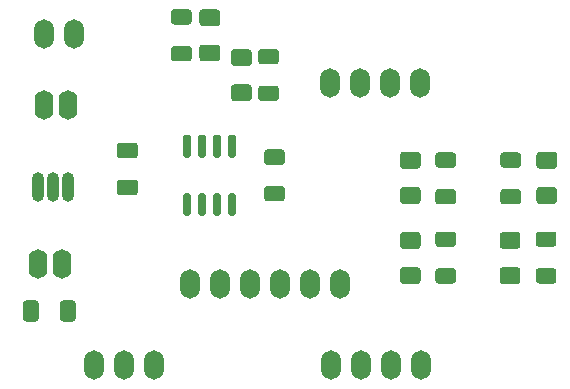
<source format=gbr>
%TF.GenerationSoftware,KiCad,Pcbnew,(5.1.9)-1*%
%TF.CreationDate,2021-03-21T11:51:10-04:00*%
%TF.ProjectId,viparTester,76697061-7254-4657-9374-65722e6b6963,rev?*%
%TF.SameCoordinates,Original*%
%TF.FileFunction,Soldermask,Top*%
%TF.FilePolarity,Negative*%
%FSLAX46Y46*%
G04 Gerber Fmt 4.6, Leading zero omitted, Abs format (unit mm)*
G04 Created by KiCad (PCBNEW (5.1.9)-1) date 2021-03-21 11:51:10*
%MOMM*%
%LPD*%
G01*
G04 APERTURE LIST*
%ADD10O,1.050000X2.500000*%
%ADD11O,1.700000X2.500000*%
%ADD12O,1.600000X2.500000*%
G04 APERTURE END LIST*
%TO.C,D1*%
G36*
G01*
X129149000Y-96343500D02*
X127899000Y-96343500D01*
G75*
G02*
X127649000Y-96093500I0J250000D01*
G01*
X127649000Y-95168500D01*
G75*
G02*
X127899000Y-94918500I250000J0D01*
G01*
X129149000Y-94918500D01*
G75*
G02*
X129399000Y-95168500I0J-250000D01*
G01*
X129399000Y-96093500D01*
G75*
G02*
X129149000Y-96343500I-250000J0D01*
G01*
G37*
G36*
G01*
X129149000Y-93368500D02*
X127899000Y-93368500D01*
G75*
G02*
X127649000Y-93118500I0J250000D01*
G01*
X127649000Y-92193500D01*
G75*
G02*
X127899000Y-91943500I250000J0D01*
G01*
X129149000Y-91943500D01*
G75*
G02*
X129399000Y-92193500I0J-250000D01*
G01*
X129399000Y-93118500D01*
G75*
G02*
X129149000Y-93368500I-250000J0D01*
G01*
G37*
%TD*%
%TO.C,D2*%
G36*
G01*
X144875000Y-113770000D02*
X146125000Y-113770000D01*
G75*
G02*
X146375000Y-114020000I0J-250000D01*
G01*
X146375000Y-114945000D01*
G75*
G02*
X146125000Y-115195000I-250000J0D01*
G01*
X144875000Y-115195000D01*
G75*
G02*
X144625000Y-114945000I0J250000D01*
G01*
X144625000Y-114020000D01*
G75*
G02*
X144875000Y-113770000I250000J0D01*
G01*
G37*
G36*
G01*
X144875000Y-110795000D02*
X146125000Y-110795000D01*
G75*
G02*
X146375000Y-111045000I0J-250000D01*
G01*
X146375000Y-111970000D01*
G75*
G02*
X146125000Y-112220000I-250000J0D01*
G01*
X144875000Y-112220000D01*
G75*
G02*
X144625000Y-111970000I0J250000D01*
G01*
X144625000Y-111045000D01*
G75*
G02*
X144875000Y-110795000I250000J0D01*
G01*
G37*
%TD*%
%TO.C,D3*%
G36*
G01*
X153325000Y-110795000D02*
X154575000Y-110795000D01*
G75*
G02*
X154825000Y-111045000I0J-250000D01*
G01*
X154825000Y-111970000D01*
G75*
G02*
X154575000Y-112220000I-250000J0D01*
G01*
X153325000Y-112220000D01*
G75*
G02*
X153075000Y-111970000I0J250000D01*
G01*
X153075000Y-111045000D01*
G75*
G02*
X153325000Y-110795000I250000J0D01*
G01*
G37*
G36*
G01*
X153325000Y-113770000D02*
X154575000Y-113770000D01*
G75*
G02*
X154825000Y-114020000I0J-250000D01*
G01*
X154825000Y-114945000D01*
G75*
G02*
X154575000Y-115195000I-250000J0D01*
G01*
X153325000Y-115195000D01*
G75*
G02*
X153075000Y-114945000I0J250000D01*
G01*
X153075000Y-114020000D01*
G75*
G02*
X153325000Y-113770000I250000J0D01*
G01*
G37*
%TD*%
%TO.C,D4*%
G36*
G01*
X146125000Y-105432000D02*
X144875000Y-105432000D01*
G75*
G02*
X144625000Y-105182000I0J250000D01*
G01*
X144625000Y-104257000D01*
G75*
G02*
X144875000Y-104007000I250000J0D01*
G01*
X146125000Y-104007000D01*
G75*
G02*
X146375000Y-104257000I0J-250000D01*
G01*
X146375000Y-105182000D01*
G75*
G02*
X146125000Y-105432000I-250000J0D01*
G01*
G37*
G36*
G01*
X146125000Y-108407000D02*
X144875000Y-108407000D01*
G75*
G02*
X144625000Y-108157000I0J250000D01*
G01*
X144625000Y-107232000D01*
G75*
G02*
X144875000Y-106982000I250000J0D01*
G01*
X146125000Y-106982000D01*
G75*
G02*
X146375000Y-107232000I0J-250000D01*
G01*
X146375000Y-108157000D01*
G75*
G02*
X146125000Y-108407000I-250000J0D01*
G01*
G37*
%TD*%
%TO.C,D5*%
G36*
G01*
X157675000Y-108407000D02*
X156425000Y-108407000D01*
G75*
G02*
X156175000Y-108157000I0J250000D01*
G01*
X156175000Y-107232000D01*
G75*
G02*
X156425000Y-106982000I250000J0D01*
G01*
X157675000Y-106982000D01*
G75*
G02*
X157925000Y-107232000I0J-250000D01*
G01*
X157925000Y-108157000D01*
G75*
G02*
X157675000Y-108407000I-250000J0D01*
G01*
G37*
G36*
G01*
X157675000Y-105432000D02*
X156425000Y-105432000D01*
G75*
G02*
X156175000Y-105182000I0J250000D01*
G01*
X156175000Y-104257000D01*
G75*
G02*
X156425000Y-104007000I250000J0D01*
G01*
X157675000Y-104007000D01*
G75*
G02*
X157925000Y-104257000I0J-250000D01*
G01*
X157925000Y-105182000D01*
G75*
G02*
X157675000Y-105432000I-250000J0D01*
G01*
G37*
%TD*%
%TO.C,R1*%
G36*
G01*
X126736000Y-93233000D02*
X125486000Y-93233000D01*
G75*
G02*
X125236000Y-92983000I0J250000D01*
G01*
X125236000Y-92183000D01*
G75*
G02*
X125486000Y-91933000I250000J0D01*
G01*
X126736000Y-91933000D01*
G75*
G02*
X126986000Y-92183000I0J-250000D01*
G01*
X126986000Y-92983000D01*
G75*
G02*
X126736000Y-93233000I-250000J0D01*
G01*
G37*
G36*
G01*
X126736000Y-96333000D02*
X125486000Y-96333000D01*
G75*
G02*
X125236000Y-96083000I0J250000D01*
G01*
X125236000Y-95283000D01*
G75*
G02*
X125486000Y-95033000I250000J0D01*
G01*
X126736000Y-95033000D01*
G75*
G02*
X126986000Y-95283000I0J-250000D01*
G01*
X126986000Y-96083000D01*
G75*
G02*
X126736000Y-96333000I-250000J0D01*
G01*
G37*
%TD*%
%TO.C,R2*%
G36*
G01*
X147875000Y-113850000D02*
X149125000Y-113850000D01*
G75*
G02*
X149375000Y-114100000I0J-250000D01*
G01*
X149375000Y-114900000D01*
G75*
G02*
X149125000Y-115150000I-250000J0D01*
G01*
X147875000Y-115150000D01*
G75*
G02*
X147625000Y-114900000I0J250000D01*
G01*
X147625000Y-114100000D01*
G75*
G02*
X147875000Y-113850000I250000J0D01*
G01*
G37*
G36*
G01*
X147875000Y-110750000D02*
X149125000Y-110750000D01*
G75*
G02*
X149375000Y-111000000I0J-250000D01*
G01*
X149375000Y-111800000D01*
G75*
G02*
X149125000Y-112050000I-250000J0D01*
G01*
X147875000Y-112050000D01*
G75*
G02*
X147625000Y-111800000I0J250000D01*
G01*
X147625000Y-111000000D01*
G75*
G02*
X147875000Y-110750000I250000J0D01*
G01*
G37*
%TD*%
%TO.C,R3*%
G36*
G01*
X156375000Y-110750000D02*
X157625000Y-110750000D01*
G75*
G02*
X157875000Y-111000000I0J-250000D01*
G01*
X157875000Y-111800000D01*
G75*
G02*
X157625000Y-112050000I-250000J0D01*
G01*
X156375000Y-112050000D01*
G75*
G02*
X156125000Y-111800000I0J250000D01*
G01*
X156125000Y-111000000D01*
G75*
G02*
X156375000Y-110750000I250000J0D01*
G01*
G37*
G36*
G01*
X156375000Y-113850000D02*
X157625000Y-113850000D01*
G75*
G02*
X157875000Y-114100000I0J-250000D01*
G01*
X157875000Y-114900000D01*
G75*
G02*
X157625000Y-115150000I-250000J0D01*
G01*
X156375000Y-115150000D01*
G75*
G02*
X156125000Y-114900000I0J250000D01*
G01*
X156125000Y-114100000D01*
G75*
G02*
X156375000Y-113850000I250000J0D01*
G01*
G37*
%TD*%
%TO.C,R4*%
G36*
G01*
X149125000Y-105352000D02*
X147875000Y-105352000D01*
G75*
G02*
X147625000Y-105102000I0J250000D01*
G01*
X147625000Y-104302000D01*
G75*
G02*
X147875000Y-104052000I250000J0D01*
G01*
X149125000Y-104052000D01*
G75*
G02*
X149375000Y-104302000I0J-250000D01*
G01*
X149375000Y-105102000D01*
G75*
G02*
X149125000Y-105352000I-250000J0D01*
G01*
G37*
G36*
G01*
X149125000Y-108452000D02*
X147875000Y-108452000D01*
G75*
G02*
X147625000Y-108202000I0J250000D01*
G01*
X147625000Y-107402000D01*
G75*
G02*
X147875000Y-107152000I250000J0D01*
G01*
X149125000Y-107152000D01*
G75*
G02*
X149375000Y-107402000I0J-250000D01*
G01*
X149375000Y-108202000D01*
G75*
G02*
X149125000Y-108452000I-250000J0D01*
G01*
G37*
%TD*%
%TO.C,R5*%
G36*
G01*
X154625000Y-108452000D02*
X153375000Y-108452000D01*
G75*
G02*
X153125000Y-108202000I0J250000D01*
G01*
X153125000Y-107402000D01*
G75*
G02*
X153375000Y-107152000I250000J0D01*
G01*
X154625000Y-107152000D01*
G75*
G02*
X154875000Y-107402000I0J-250000D01*
G01*
X154875000Y-108202000D01*
G75*
G02*
X154625000Y-108452000I-250000J0D01*
G01*
G37*
G36*
G01*
X154625000Y-105352000D02*
X153375000Y-105352000D01*
G75*
G02*
X153125000Y-105102000I0J250000D01*
G01*
X153125000Y-104302000D01*
G75*
G02*
X153375000Y-104052000I250000J0D01*
G01*
X154625000Y-104052000D01*
G75*
G02*
X154875000Y-104302000I0J-250000D01*
G01*
X154875000Y-105102000D01*
G75*
G02*
X154625000Y-105352000I-250000J0D01*
G01*
G37*
%TD*%
%TO.C,R6*%
G36*
G01*
X134625000Y-108200000D02*
X133375000Y-108200000D01*
G75*
G02*
X133125000Y-107950000I0J250000D01*
G01*
X133125000Y-107150000D01*
G75*
G02*
X133375000Y-106900000I250000J0D01*
G01*
X134625000Y-106900000D01*
G75*
G02*
X134875000Y-107150000I0J-250000D01*
G01*
X134875000Y-107950000D01*
G75*
G02*
X134625000Y-108200000I-250000J0D01*
G01*
G37*
G36*
G01*
X134625000Y-105100000D02*
X133375000Y-105100000D01*
G75*
G02*
X133125000Y-104850000I0J250000D01*
G01*
X133125000Y-104050000D01*
G75*
G02*
X133375000Y-103800000I250000J0D01*
G01*
X134625000Y-103800000D01*
G75*
G02*
X134875000Y-104050000I0J-250000D01*
G01*
X134875000Y-104850000D01*
G75*
G02*
X134625000Y-105100000I-250000J0D01*
G01*
G37*
%TD*%
D10*
%TO.C,U1*%
X115230000Y-107000000D03*
X113960000Y-107000000D03*
X116500000Y-107000000D03*
%TD*%
%TO.C,U2*%
G36*
G01*
X130255000Y-102550000D02*
X130555000Y-102550000D01*
G75*
G02*
X130705000Y-102700000I0J-150000D01*
G01*
X130705000Y-104350000D01*
G75*
G02*
X130555000Y-104500000I-150000J0D01*
G01*
X130255000Y-104500000D01*
G75*
G02*
X130105000Y-104350000I0J150000D01*
G01*
X130105000Y-102700000D01*
G75*
G02*
X130255000Y-102550000I150000J0D01*
G01*
G37*
G36*
G01*
X128985000Y-102550000D02*
X129285000Y-102550000D01*
G75*
G02*
X129435000Y-102700000I0J-150000D01*
G01*
X129435000Y-104350000D01*
G75*
G02*
X129285000Y-104500000I-150000J0D01*
G01*
X128985000Y-104500000D01*
G75*
G02*
X128835000Y-104350000I0J150000D01*
G01*
X128835000Y-102700000D01*
G75*
G02*
X128985000Y-102550000I150000J0D01*
G01*
G37*
G36*
G01*
X127715000Y-102550000D02*
X128015000Y-102550000D01*
G75*
G02*
X128165000Y-102700000I0J-150000D01*
G01*
X128165000Y-104350000D01*
G75*
G02*
X128015000Y-104500000I-150000J0D01*
G01*
X127715000Y-104500000D01*
G75*
G02*
X127565000Y-104350000I0J150000D01*
G01*
X127565000Y-102700000D01*
G75*
G02*
X127715000Y-102550000I150000J0D01*
G01*
G37*
G36*
G01*
X126445000Y-102550000D02*
X126745000Y-102550000D01*
G75*
G02*
X126895000Y-102700000I0J-150000D01*
G01*
X126895000Y-104350000D01*
G75*
G02*
X126745000Y-104500000I-150000J0D01*
G01*
X126445000Y-104500000D01*
G75*
G02*
X126295000Y-104350000I0J150000D01*
G01*
X126295000Y-102700000D01*
G75*
G02*
X126445000Y-102550000I150000J0D01*
G01*
G37*
G36*
G01*
X126445000Y-107500000D02*
X126745000Y-107500000D01*
G75*
G02*
X126895000Y-107650000I0J-150000D01*
G01*
X126895000Y-109300000D01*
G75*
G02*
X126745000Y-109450000I-150000J0D01*
G01*
X126445000Y-109450000D01*
G75*
G02*
X126295000Y-109300000I0J150000D01*
G01*
X126295000Y-107650000D01*
G75*
G02*
X126445000Y-107500000I150000J0D01*
G01*
G37*
G36*
G01*
X127715000Y-107500000D02*
X128015000Y-107500000D01*
G75*
G02*
X128165000Y-107650000I0J-150000D01*
G01*
X128165000Y-109300000D01*
G75*
G02*
X128015000Y-109450000I-150000J0D01*
G01*
X127715000Y-109450000D01*
G75*
G02*
X127565000Y-109300000I0J150000D01*
G01*
X127565000Y-107650000D01*
G75*
G02*
X127715000Y-107500000I150000J0D01*
G01*
G37*
G36*
G01*
X128985000Y-107500000D02*
X129285000Y-107500000D01*
G75*
G02*
X129435000Y-107650000I0J-150000D01*
G01*
X129435000Y-109300000D01*
G75*
G02*
X129285000Y-109450000I-150000J0D01*
G01*
X128985000Y-109450000D01*
G75*
G02*
X128835000Y-109300000I0J150000D01*
G01*
X128835000Y-107650000D01*
G75*
G02*
X128985000Y-107500000I150000J0D01*
G01*
G37*
G36*
G01*
X130255000Y-107500000D02*
X130555000Y-107500000D01*
G75*
G02*
X130705000Y-107650000I0J-150000D01*
G01*
X130705000Y-109300000D01*
G75*
G02*
X130555000Y-109450000I-150000J0D01*
G01*
X130255000Y-109450000D01*
G75*
G02*
X130105000Y-109300000I0J150000D01*
G01*
X130105000Y-107650000D01*
G75*
G02*
X130255000Y-107500000I150000J0D01*
G01*
G37*
%TD*%
D11*
%TO.C,J1*%
X123825000Y-122047000D03*
X121285000Y-122047000D03*
X118745000Y-122047000D03*
%TD*%
%TO.C,J2*%
X138684000Y-98171000D03*
X141224000Y-98171000D03*
X143764000Y-98171000D03*
X146304000Y-98171000D03*
%TD*%
%TO.C,J3*%
X117000000Y-94000000D03*
X114460000Y-94000000D03*
%TD*%
%TO.C,J4*%
X138811000Y-122047000D03*
X141351000Y-122047000D03*
X143891000Y-122047000D03*
X146431000Y-122047000D03*
%TD*%
%TO.C,J5*%
X126873000Y-115189000D03*
X129413000Y-115189000D03*
X131953000Y-115189000D03*
X134493000Y-115189000D03*
X137033000Y-115189000D03*
X139573000Y-115189000D03*
%TD*%
%TO.C,D6*%
G36*
G01*
X130570001Y-95312500D02*
X131820001Y-95312500D01*
G75*
G02*
X132070001Y-95562500I0J-250000D01*
G01*
X132070001Y-96487500D01*
G75*
G02*
X131820001Y-96737500I-250000J0D01*
G01*
X130570001Y-96737500D01*
G75*
G02*
X130320001Y-96487500I0J250000D01*
G01*
X130320001Y-95562500D01*
G75*
G02*
X130570001Y-95312500I250000J0D01*
G01*
G37*
G36*
G01*
X130570001Y-98287500D02*
X131820001Y-98287500D01*
G75*
G02*
X132070001Y-98537500I0J-250000D01*
G01*
X132070001Y-99462500D01*
G75*
G02*
X131820001Y-99712500I-250000J0D01*
G01*
X130570001Y-99712500D01*
G75*
G02*
X130320001Y-99462500I0J250000D01*
G01*
X130320001Y-98537500D01*
G75*
G02*
X130570001Y-98287500I250000J0D01*
G01*
G37*
%TD*%
%TO.C,R7*%
G36*
G01*
X132875000Y-95300000D02*
X134125000Y-95300000D01*
G75*
G02*
X134375000Y-95550000I0J-250000D01*
G01*
X134375000Y-96350000D01*
G75*
G02*
X134125000Y-96600000I-250000J0D01*
G01*
X132875000Y-96600000D01*
G75*
G02*
X132625000Y-96350000I0J250000D01*
G01*
X132625000Y-95550000D01*
G75*
G02*
X132875000Y-95300000I250000J0D01*
G01*
G37*
G36*
G01*
X132875000Y-98400000D02*
X134125000Y-98400000D01*
G75*
G02*
X134375000Y-98650000I0J-250000D01*
G01*
X134375000Y-99450000D01*
G75*
G02*
X134125000Y-99700000I-250000J0D01*
G01*
X132875000Y-99700000D01*
G75*
G02*
X132625000Y-99450000I0J250000D01*
G01*
X132625000Y-98650000D01*
G75*
G02*
X132875000Y-98400000I250000J0D01*
G01*
G37*
%TD*%
D12*
%TO.C,C1*%
X114500000Y-100000000D03*
X116500000Y-100000000D03*
%TD*%
%TO.C,C2*%
X114000000Y-113500000D03*
X116000000Y-113500000D03*
%TD*%
%TO.C,C3*%
G36*
G01*
X117160000Y-116824999D02*
X117160000Y-118125001D01*
G75*
G02*
X116910001Y-118375000I-249999J0D01*
G01*
X116084999Y-118375000D01*
G75*
G02*
X115835000Y-118125001I0J249999D01*
G01*
X115835000Y-116824999D01*
G75*
G02*
X116084999Y-116575000I249999J0D01*
G01*
X116910001Y-116575000D01*
G75*
G02*
X117160000Y-116824999I0J-249999D01*
G01*
G37*
G36*
G01*
X114035000Y-116824999D02*
X114035000Y-118125001D01*
G75*
G02*
X113785001Y-118375000I-249999J0D01*
G01*
X112959999Y-118375000D01*
G75*
G02*
X112710000Y-118125001I0J249999D01*
G01*
X112710000Y-116824999D01*
G75*
G02*
X112959999Y-116575000I249999J0D01*
G01*
X113785001Y-116575000D01*
G75*
G02*
X114035000Y-116824999I0J-249999D01*
G01*
G37*
%TD*%
%TO.C,C4*%
G36*
G01*
X122189001Y-104548500D02*
X120888999Y-104548500D01*
G75*
G02*
X120639000Y-104298501I0J249999D01*
G01*
X120639000Y-103473499D01*
G75*
G02*
X120888999Y-103223500I249999J0D01*
G01*
X122189001Y-103223500D01*
G75*
G02*
X122439000Y-103473499I0J-249999D01*
G01*
X122439000Y-104298501D01*
G75*
G02*
X122189001Y-104548500I-249999J0D01*
G01*
G37*
G36*
G01*
X122189001Y-107673500D02*
X120888999Y-107673500D01*
G75*
G02*
X120639000Y-107423501I0J249999D01*
G01*
X120639000Y-106598499D01*
G75*
G02*
X120888999Y-106348500I249999J0D01*
G01*
X122189001Y-106348500D01*
G75*
G02*
X122439000Y-106598499I0J-249999D01*
G01*
X122439000Y-107423501D01*
G75*
G02*
X122189001Y-107673500I-249999J0D01*
G01*
G37*
%TD*%
M02*

</source>
